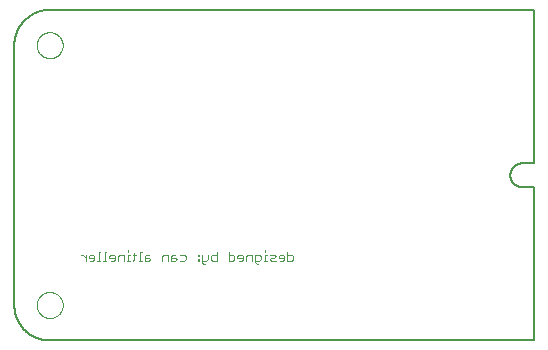
<source format=gbo>
G75*
%MOIN*%
%OFA0B0*%
%FSLAX25Y25*%
%IPPOS*%
%LPD*%
%AMOC8*
5,1,8,0,0,1.08239X$1,22.5*
%
%ADD10C,0.00800*%
%ADD11C,0.00000*%
%ADD12C,0.00300*%
D10*
X0013602Y0001400D02*
X0175019Y0001400D01*
X0175019Y0052581D01*
X0171082Y0052581D01*
X0170958Y0052583D01*
X0170835Y0052589D01*
X0170711Y0052598D01*
X0170589Y0052612D01*
X0170466Y0052629D01*
X0170344Y0052651D01*
X0170223Y0052676D01*
X0170103Y0052705D01*
X0169984Y0052737D01*
X0169865Y0052774D01*
X0169748Y0052814D01*
X0169633Y0052857D01*
X0169518Y0052905D01*
X0169406Y0052956D01*
X0169295Y0053010D01*
X0169185Y0053068D01*
X0169078Y0053129D01*
X0168972Y0053194D01*
X0168869Y0053262D01*
X0168768Y0053333D01*
X0168669Y0053407D01*
X0168572Y0053484D01*
X0168478Y0053565D01*
X0168387Y0053648D01*
X0168298Y0053734D01*
X0168212Y0053823D01*
X0168129Y0053914D01*
X0168048Y0054008D01*
X0167971Y0054105D01*
X0167897Y0054204D01*
X0167826Y0054305D01*
X0167758Y0054408D01*
X0167693Y0054514D01*
X0167632Y0054621D01*
X0167574Y0054731D01*
X0167520Y0054842D01*
X0167469Y0054954D01*
X0167421Y0055069D01*
X0167378Y0055184D01*
X0167338Y0055301D01*
X0167301Y0055420D01*
X0167269Y0055539D01*
X0167240Y0055659D01*
X0167215Y0055780D01*
X0167193Y0055902D01*
X0167176Y0056025D01*
X0167162Y0056147D01*
X0167153Y0056271D01*
X0167147Y0056394D01*
X0167145Y0056518D01*
X0167147Y0056642D01*
X0167153Y0056765D01*
X0167162Y0056889D01*
X0167176Y0057011D01*
X0167193Y0057134D01*
X0167215Y0057256D01*
X0167240Y0057377D01*
X0167269Y0057497D01*
X0167301Y0057616D01*
X0167338Y0057735D01*
X0167378Y0057852D01*
X0167421Y0057967D01*
X0167469Y0058082D01*
X0167520Y0058194D01*
X0167574Y0058305D01*
X0167632Y0058415D01*
X0167693Y0058522D01*
X0167758Y0058628D01*
X0167826Y0058731D01*
X0167897Y0058832D01*
X0167971Y0058931D01*
X0168048Y0059028D01*
X0168129Y0059122D01*
X0168212Y0059213D01*
X0168298Y0059302D01*
X0168387Y0059388D01*
X0168478Y0059471D01*
X0168572Y0059552D01*
X0168669Y0059629D01*
X0168768Y0059703D01*
X0168869Y0059774D01*
X0168972Y0059842D01*
X0169078Y0059907D01*
X0169185Y0059968D01*
X0169295Y0060026D01*
X0169406Y0060080D01*
X0169518Y0060131D01*
X0169633Y0060179D01*
X0169748Y0060222D01*
X0169865Y0060262D01*
X0169984Y0060299D01*
X0170103Y0060331D01*
X0170223Y0060360D01*
X0170344Y0060385D01*
X0170466Y0060407D01*
X0170589Y0060424D01*
X0170711Y0060438D01*
X0170835Y0060447D01*
X0170958Y0060453D01*
X0171082Y0060455D01*
X0175019Y0060455D01*
X0175019Y0111636D01*
X0013602Y0111636D01*
X0013317Y0111633D01*
X0013031Y0111622D01*
X0012746Y0111605D01*
X0012462Y0111581D01*
X0012178Y0111550D01*
X0011895Y0111512D01*
X0011614Y0111467D01*
X0011333Y0111416D01*
X0011053Y0111358D01*
X0010775Y0111293D01*
X0010499Y0111221D01*
X0010225Y0111143D01*
X0009952Y0111058D01*
X0009682Y0110966D01*
X0009414Y0110868D01*
X0009148Y0110764D01*
X0008885Y0110653D01*
X0008625Y0110536D01*
X0008367Y0110413D01*
X0008113Y0110283D01*
X0007862Y0110147D01*
X0007614Y0110006D01*
X0007370Y0109858D01*
X0007129Y0109705D01*
X0006893Y0109545D01*
X0006660Y0109380D01*
X0006431Y0109210D01*
X0006206Y0109034D01*
X0005986Y0108852D01*
X0005770Y0108666D01*
X0005559Y0108474D01*
X0005352Y0108277D01*
X0005150Y0108075D01*
X0004953Y0107868D01*
X0004761Y0107657D01*
X0004575Y0107441D01*
X0004393Y0107221D01*
X0004217Y0106996D01*
X0004047Y0106767D01*
X0003882Y0106534D01*
X0003722Y0106298D01*
X0003569Y0106057D01*
X0003421Y0105813D01*
X0003280Y0105565D01*
X0003144Y0105314D01*
X0003014Y0105060D01*
X0002891Y0104802D01*
X0002774Y0104542D01*
X0002663Y0104279D01*
X0002559Y0104013D01*
X0002461Y0103745D01*
X0002369Y0103475D01*
X0002284Y0103202D01*
X0002206Y0102928D01*
X0002134Y0102652D01*
X0002069Y0102374D01*
X0002011Y0102094D01*
X0001960Y0101813D01*
X0001915Y0101532D01*
X0001877Y0101249D01*
X0001846Y0100965D01*
X0001822Y0100681D01*
X0001805Y0100396D01*
X0001794Y0100110D01*
X0001791Y0099825D01*
X0001791Y0013211D01*
X0001794Y0012926D01*
X0001805Y0012640D01*
X0001822Y0012355D01*
X0001846Y0012071D01*
X0001877Y0011787D01*
X0001915Y0011504D01*
X0001960Y0011223D01*
X0002011Y0010942D01*
X0002069Y0010662D01*
X0002134Y0010384D01*
X0002206Y0010108D01*
X0002284Y0009834D01*
X0002369Y0009561D01*
X0002461Y0009291D01*
X0002559Y0009023D01*
X0002663Y0008757D01*
X0002774Y0008494D01*
X0002891Y0008234D01*
X0003014Y0007976D01*
X0003144Y0007722D01*
X0003280Y0007471D01*
X0003421Y0007223D01*
X0003569Y0006979D01*
X0003722Y0006738D01*
X0003882Y0006502D01*
X0004047Y0006269D01*
X0004217Y0006040D01*
X0004393Y0005815D01*
X0004575Y0005595D01*
X0004761Y0005379D01*
X0004953Y0005168D01*
X0005150Y0004961D01*
X0005352Y0004759D01*
X0005559Y0004562D01*
X0005770Y0004370D01*
X0005986Y0004184D01*
X0006206Y0004002D01*
X0006431Y0003826D01*
X0006660Y0003656D01*
X0006893Y0003491D01*
X0007129Y0003331D01*
X0007370Y0003178D01*
X0007614Y0003030D01*
X0007862Y0002889D01*
X0008113Y0002753D01*
X0008367Y0002623D01*
X0008625Y0002500D01*
X0008885Y0002383D01*
X0009148Y0002272D01*
X0009414Y0002168D01*
X0009682Y0002070D01*
X0009952Y0001978D01*
X0010225Y0001893D01*
X0010499Y0001815D01*
X0010775Y0001743D01*
X0011053Y0001678D01*
X0011333Y0001620D01*
X0011614Y0001569D01*
X0011895Y0001524D01*
X0012178Y0001486D01*
X0012462Y0001455D01*
X0012746Y0001431D01*
X0013031Y0001414D01*
X0013317Y0001403D01*
X0013602Y0001400D01*
D11*
X0009271Y0013211D02*
X0009273Y0013342D01*
X0009279Y0013474D01*
X0009289Y0013605D01*
X0009303Y0013736D01*
X0009321Y0013866D01*
X0009343Y0013995D01*
X0009368Y0014124D01*
X0009398Y0014252D01*
X0009432Y0014379D01*
X0009469Y0014506D01*
X0009510Y0014630D01*
X0009555Y0014754D01*
X0009604Y0014876D01*
X0009656Y0014997D01*
X0009712Y0015115D01*
X0009772Y0015233D01*
X0009835Y0015348D01*
X0009902Y0015461D01*
X0009972Y0015573D01*
X0010045Y0015682D01*
X0010121Y0015788D01*
X0010201Y0015893D01*
X0010284Y0015995D01*
X0010370Y0016094D01*
X0010459Y0016191D01*
X0010551Y0016285D01*
X0010646Y0016376D01*
X0010743Y0016465D01*
X0010843Y0016550D01*
X0010946Y0016632D01*
X0011051Y0016711D01*
X0011158Y0016787D01*
X0011268Y0016859D01*
X0011380Y0016928D01*
X0011494Y0016994D01*
X0011609Y0017056D01*
X0011727Y0017115D01*
X0011846Y0017170D01*
X0011967Y0017222D01*
X0012090Y0017269D01*
X0012214Y0017313D01*
X0012339Y0017354D01*
X0012465Y0017390D01*
X0012593Y0017423D01*
X0012721Y0017451D01*
X0012850Y0017476D01*
X0012980Y0017497D01*
X0013110Y0017514D01*
X0013241Y0017527D01*
X0013372Y0017536D01*
X0013503Y0017541D01*
X0013635Y0017542D01*
X0013766Y0017539D01*
X0013898Y0017532D01*
X0014029Y0017521D01*
X0014159Y0017506D01*
X0014289Y0017487D01*
X0014419Y0017464D01*
X0014547Y0017438D01*
X0014675Y0017407D01*
X0014802Y0017372D01*
X0014928Y0017334D01*
X0015052Y0017292D01*
X0015176Y0017246D01*
X0015297Y0017196D01*
X0015417Y0017143D01*
X0015536Y0017086D01*
X0015653Y0017026D01*
X0015767Y0016962D01*
X0015880Y0016894D01*
X0015991Y0016823D01*
X0016100Y0016749D01*
X0016206Y0016672D01*
X0016310Y0016591D01*
X0016411Y0016508D01*
X0016510Y0016421D01*
X0016606Y0016331D01*
X0016699Y0016238D01*
X0016790Y0016143D01*
X0016877Y0016045D01*
X0016962Y0015944D01*
X0017043Y0015841D01*
X0017121Y0015735D01*
X0017196Y0015627D01*
X0017268Y0015517D01*
X0017336Y0015405D01*
X0017401Y0015291D01*
X0017462Y0015174D01*
X0017520Y0015056D01*
X0017574Y0014936D01*
X0017625Y0014815D01*
X0017672Y0014692D01*
X0017715Y0014568D01*
X0017754Y0014443D01*
X0017790Y0014316D01*
X0017821Y0014188D01*
X0017849Y0014060D01*
X0017873Y0013931D01*
X0017893Y0013801D01*
X0017909Y0013670D01*
X0017921Y0013539D01*
X0017929Y0013408D01*
X0017933Y0013277D01*
X0017933Y0013145D01*
X0017929Y0013014D01*
X0017921Y0012883D01*
X0017909Y0012752D01*
X0017893Y0012621D01*
X0017873Y0012491D01*
X0017849Y0012362D01*
X0017821Y0012234D01*
X0017790Y0012106D01*
X0017754Y0011979D01*
X0017715Y0011854D01*
X0017672Y0011730D01*
X0017625Y0011607D01*
X0017574Y0011486D01*
X0017520Y0011366D01*
X0017462Y0011248D01*
X0017401Y0011131D01*
X0017336Y0011017D01*
X0017268Y0010905D01*
X0017196Y0010795D01*
X0017121Y0010687D01*
X0017043Y0010581D01*
X0016962Y0010478D01*
X0016877Y0010377D01*
X0016790Y0010279D01*
X0016699Y0010184D01*
X0016606Y0010091D01*
X0016510Y0010001D01*
X0016411Y0009914D01*
X0016310Y0009831D01*
X0016206Y0009750D01*
X0016100Y0009673D01*
X0015991Y0009599D01*
X0015880Y0009528D01*
X0015768Y0009460D01*
X0015653Y0009396D01*
X0015536Y0009336D01*
X0015417Y0009279D01*
X0015297Y0009226D01*
X0015176Y0009176D01*
X0015052Y0009130D01*
X0014928Y0009088D01*
X0014802Y0009050D01*
X0014675Y0009015D01*
X0014547Y0008984D01*
X0014419Y0008958D01*
X0014289Y0008935D01*
X0014159Y0008916D01*
X0014029Y0008901D01*
X0013898Y0008890D01*
X0013766Y0008883D01*
X0013635Y0008880D01*
X0013503Y0008881D01*
X0013372Y0008886D01*
X0013241Y0008895D01*
X0013110Y0008908D01*
X0012980Y0008925D01*
X0012850Y0008946D01*
X0012721Y0008971D01*
X0012593Y0008999D01*
X0012465Y0009032D01*
X0012339Y0009068D01*
X0012214Y0009109D01*
X0012090Y0009153D01*
X0011967Y0009200D01*
X0011846Y0009252D01*
X0011727Y0009307D01*
X0011609Y0009366D01*
X0011494Y0009428D01*
X0011380Y0009494D01*
X0011268Y0009563D01*
X0011158Y0009635D01*
X0011051Y0009711D01*
X0010946Y0009790D01*
X0010843Y0009872D01*
X0010743Y0009957D01*
X0010646Y0010046D01*
X0010551Y0010137D01*
X0010459Y0010231D01*
X0010370Y0010328D01*
X0010284Y0010427D01*
X0010201Y0010529D01*
X0010121Y0010634D01*
X0010045Y0010740D01*
X0009972Y0010849D01*
X0009902Y0010961D01*
X0009835Y0011074D01*
X0009772Y0011189D01*
X0009712Y0011307D01*
X0009656Y0011425D01*
X0009604Y0011546D01*
X0009555Y0011668D01*
X0009510Y0011792D01*
X0009469Y0011916D01*
X0009432Y0012043D01*
X0009398Y0012170D01*
X0009368Y0012298D01*
X0009343Y0012427D01*
X0009321Y0012556D01*
X0009303Y0012686D01*
X0009289Y0012817D01*
X0009279Y0012948D01*
X0009273Y0013080D01*
X0009271Y0013211D01*
X0009271Y0099825D02*
X0009273Y0099956D01*
X0009279Y0100088D01*
X0009289Y0100219D01*
X0009303Y0100350D01*
X0009321Y0100480D01*
X0009343Y0100609D01*
X0009368Y0100738D01*
X0009398Y0100866D01*
X0009432Y0100993D01*
X0009469Y0101120D01*
X0009510Y0101244D01*
X0009555Y0101368D01*
X0009604Y0101490D01*
X0009656Y0101611D01*
X0009712Y0101729D01*
X0009772Y0101847D01*
X0009835Y0101962D01*
X0009902Y0102075D01*
X0009972Y0102187D01*
X0010045Y0102296D01*
X0010121Y0102402D01*
X0010201Y0102507D01*
X0010284Y0102609D01*
X0010370Y0102708D01*
X0010459Y0102805D01*
X0010551Y0102899D01*
X0010646Y0102990D01*
X0010743Y0103079D01*
X0010843Y0103164D01*
X0010946Y0103246D01*
X0011051Y0103325D01*
X0011158Y0103401D01*
X0011268Y0103473D01*
X0011380Y0103542D01*
X0011494Y0103608D01*
X0011609Y0103670D01*
X0011727Y0103729D01*
X0011846Y0103784D01*
X0011967Y0103836D01*
X0012090Y0103883D01*
X0012214Y0103927D01*
X0012339Y0103968D01*
X0012465Y0104004D01*
X0012593Y0104037D01*
X0012721Y0104065D01*
X0012850Y0104090D01*
X0012980Y0104111D01*
X0013110Y0104128D01*
X0013241Y0104141D01*
X0013372Y0104150D01*
X0013503Y0104155D01*
X0013635Y0104156D01*
X0013766Y0104153D01*
X0013898Y0104146D01*
X0014029Y0104135D01*
X0014159Y0104120D01*
X0014289Y0104101D01*
X0014419Y0104078D01*
X0014547Y0104052D01*
X0014675Y0104021D01*
X0014802Y0103986D01*
X0014928Y0103948D01*
X0015052Y0103906D01*
X0015176Y0103860D01*
X0015297Y0103810D01*
X0015417Y0103757D01*
X0015536Y0103700D01*
X0015653Y0103640D01*
X0015767Y0103576D01*
X0015880Y0103508D01*
X0015991Y0103437D01*
X0016100Y0103363D01*
X0016206Y0103286D01*
X0016310Y0103205D01*
X0016411Y0103122D01*
X0016510Y0103035D01*
X0016606Y0102945D01*
X0016699Y0102852D01*
X0016790Y0102757D01*
X0016877Y0102659D01*
X0016962Y0102558D01*
X0017043Y0102455D01*
X0017121Y0102349D01*
X0017196Y0102241D01*
X0017268Y0102131D01*
X0017336Y0102019D01*
X0017401Y0101905D01*
X0017462Y0101788D01*
X0017520Y0101670D01*
X0017574Y0101550D01*
X0017625Y0101429D01*
X0017672Y0101306D01*
X0017715Y0101182D01*
X0017754Y0101057D01*
X0017790Y0100930D01*
X0017821Y0100802D01*
X0017849Y0100674D01*
X0017873Y0100545D01*
X0017893Y0100415D01*
X0017909Y0100284D01*
X0017921Y0100153D01*
X0017929Y0100022D01*
X0017933Y0099891D01*
X0017933Y0099759D01*
X0017929Y0099628D01*
X0017921Y0099497D01*
X0017909Y0099366D01*
X0017893Y0099235D01*
X0017873Y0099105D01*
X0017849Y0098976D01*
X0017821Y0098848D01*
X0017790Y0098720D01*
X0017754Y0098593D01*
X0017715Y0098468D01*
X0017672Y0098344D01*
X0017625Y0098221D01*
X0017574Y0098100D01*
X0017520Y0097980D01*
X0017462Y0097862D01*
X0017401Y0097745D01*
X0017336Y0097631D01*
X0017268Y0097519D01*
X0017196Y0097409D01*
X0017121Y0097301D01*
X0017043Y0097195D01*
X0016962Y0097092D01*
X0016877Y0096991D01*
X0016790Y0096893D01*
X0016699Y0096798D01*
X0016606Y0096705D01*
X0016510Y0096615D01*
X0016411Y0096528D01*
X0016310Y0096445D01*
X0016206Y0096364D01*
X0016100Y0096287D01*
X0015991Y0096213D01*
X0015880Y0096142D01*
X0015768Y0096074D01*
X0015653Y0096010D01*
X0015536Y0095950D01*
X0015417Y0095893D01*
X0015297Y0095840D01*
X0015176Y0095790D01*
X0015052Y0095744D01*
X0014928Y0095702D01*
X0014802Y0095664D01*
X0014675Y0095629D01*
X0014547Y0095598D01*
X0014419Y0095572D01*
X0014289Y0095549D01*
X0014159Y0095530D01*
X0014029Y0095515D01*
X0013898Y0095504D01*
X0013766Y0095497D01*
X0013635Y0095494D01*
X0013503Y0095495D01*
X0013372Y0095500D01*
X0013241Y0095509D01*
X0013110Y0095522D01*
X0012980Y0095539D01*
X0012850Y0095560D01*
X0012721Y0095585D01*
X0012593Y0095613D01*
X0012465Y0095646D01*
X0012339Y0095682D01*
X0012214Y0095723D01*
X0012090Y0095767D01*
X0011967Y0095814D01*
X0011846Y0095866D01*
X0011727Y0095921D01*
X0011609Y0095980D01*
X0011494Y0096042D01*
X0011380Y0096108D01*
X0011268Y0096177D01*
X0011158Y0096249D01*
X0011051Y0096325D01*
X0010946Y0096404D01*
X0010843Y0096486D01*
X0010743Y0096571D01*
X0010646Y0096660D01*
X0010551Y0096751D01*
X0010459Y0096845D01*
X0010370Y0096942D01*
X0010284Y0097041D01*
X0010201Y0097143D01*
X0010121Y0097248D01*
X0010045Y0097354D01*
X0009972Y0097463D01*
X0009902Y0097575D01*
X0009835Y0097688D01*
X0009772Y0097803D01*
X0009712Y0097921D01*
X0009656Y0098039D01*
X0009604Y0098160D01*
X0009555Y0098282D01*
X0009510Y0098406D01*
X0009469Y0098530D01*
X0009432Y0098657D01*
X0009398Y0098784D01*
X0009368Y0098912D01*
X0009343Y0099041D01*
X0009321Y0099170D01*
X0009303Y0099300D01*
X0009289Y0099431D01*
X0009279Y0099562D01*
X0009273Y0099694D01*
X0009271Y0099825D01*
D12*
X0029984Y0030915D02*
X0029984Y0028013D01*
X0030468Y0028013D02*
X0029500Y0028013D01*
X0028503Y0028497D02*
X0028503Y0029464D01*
X0028020Y0029948D01*
X0027052Y0029948D01*
X0026568Y0029464D01*
X0026568Y0028980D01*
X0028503Y0028980D01*
X0028503Y0028497D02*
X0028020Y0028013D01*
X0027052Y0028013D01*
X0025557Y0028013D02*
X0025557Y0029948D01*
X0025557Y0028980D02*
X0024589Y0029948D01*
X0024106Y0029948D01*
X0029984Y0030915D02*
X0030468Y0030915D01*
X0031948Y0030915D02*
X0031948Y0028013D01*
X0031465Y0028013D02*
X0032432Y0028013D01*
X0033444Y0028980D02*
X0035379Y0028980D01*
X0035379Y0028497D02*
X0035379Y0029464D01*
X0034895Y0029948D01*
X0033927Y0029948D01*
X0033444Y0029464D01*
X0033444Y0028980D01*
X0033927Y0028013D02*
X0034895Y0028013D01*
X0035379Y0028497D01*
X0036390Y0028013D02*
X0036390Y0029464D01*
X0036874Y0029948D01*
X0038325Y0029948D01*
X0038325Y0028013D01*
X0039322Y0028013D02*
X0040289Y0028013D01*
X0039806Y0028013D02*
X0039806Y0029948D01*
X0040289Y0029948D01*
X0041286Y0029948D02*
X0042254Y0029948D01*
X0041770Y0030432D02*
X0041770Y0028497D01*
X0041286Y0028013D01*
X0043251Y0028013D02*
X0044218Y0028013D01*
X0043734Y0028013D02*
X0043734Y0030915D01*
X0044218Y0030915D01*
X0045230Y0029464D02*
X0045230Y0028013D01*
X0046681Y0028013D01*
X0047165Y0028497D01*
X0046681Y0028980D01*
X0045230Y0028980D01*
X0045230Y0029464D02*
X0045713Y0029948D01*
X0046681Y0029948D01*
X0051123Y0029464D02*
X0051123Y0028013D01*
X0053058Y0028013D02*
X0053058Y0029948D01*
X0051606Y0029948D01*
X0051123Y0029464D01*
X0054069Y0029464D02*
X0054069Y0028013D01*
X0055520Y0028013D01*
X0056004Y0028497D01*
X0055520Y0028980D01*
X0054069Y0028980D01*
X0054069Y0029464D02*
X0054553Y0029948D01*
X0055520Y0029948D01*
X0057016Y0029948D02*
X0058467Y0029948D01*
X0058951Y0029464D01*
X0058951Y0028497D01*
X0058467Y0028013D01*
X0057016Y0028013D01*
X0062887Y0028013D02*
X0063370Y0028013D01*
X0063370Y0028497D01*
X0062887Y0028497D01*
X0062887Y0028013D01*
X0064382Y0028013D02*
X0065833Y0028013D01*
X0066317Y0028497D01*
X0066317Y0029948D01*
X0067329Y0029464D02*
X0067329Y0028497D01*
X0067812Y0028013D01*
X0069264Y0028013D01*
X0069264Y0030915D01*
X0069264Y0029948D02*
X0067812Y0029948D01*
X0067329Y0029464D01*
X0064382Y0029948D02*
X0064382Y0027529D01*
X0064866Y0027046D01*
X0065350Y0027046D01*
X0063370Y0029464D02*
X0062887Y0029464D01*
X0062887Y0029948D01*
X0063370Y0029948D01*
X0063370Y0029464D01*
X0073222Y0029948D02*
X0074673Y0029948D01*
X0075157Y0029464D01*
X0075157Y0028497D01*
X0074673Y0028013D01*
X0073222Y0028013D01*
X0073222Y0030915D01*
X0076168Y0029464D02*
X0076168Y0028980D01*
X0078103Y0028980D01*
X0078103Y0028497D02*
X0078103Y0029464D01*
X0077619Y0029948D01*
X0076652Y0029948D01*
X0076168Y0029464D01*
X0077619Y0028013D02*
X0078103Y0028497D01*
X0077619Y0028013D02*
X0076652Y0028013D01*
X0079115Y0028013D02*
X0079115Y0029464D01*
X0079598Y0029948D01*
X0081050Y0029948D01*
X0081050Y0028013D01*
X0082061Y0028013D02*
X0083512Y0028013D01*
X0083996Y0028497D01*
X0083996Y0029464D01*
X0083512Y0029948D01*
X0082061Y0029948D01*
X0082061Y0027529D01*
X0082545Y0027046D01*
X0083029Y0027046D01*
X0084993Y0028013D02*
X0085960Y0028013D01*
X0085477Y0028013D02*
X0085477Y0029948D01*
X0085960Y0029948D01*
X0086972Y0029948D02*
X0088423Y0029948D01*
X0088907Y0029464D01*
X0088423Y0028980D01*
X0087456Y0028980D01*
X0086972Y0028497D01*
X0087456Y0028013D01*
X0088907Y0028013D01*
X0089919Y0028980D02*
X0091853Y0028980D01*
X0091853Y0028497D02*
X0091853Y0029464D01*
X0091370Y0029948D01*
X0090402Y0029948D01*
X0089919Y0029464D01*
X0089919Y0028980D01*
X0090402Y0028013D02*
X0091370Y0028013D01*
X0091853Y0028497D01*
X0092865Y0028013D02*
X0094316Y0028013D01*
X0094800Y0028497D01*
X0094800Y0029464D01*
X0094316Y0029948D01*
X0092865Y0029948D01*
X0092865Y0030915D02*
X0092865Y0028013D01*
X0085477Y0030915D02*
X0085477Y0031399D01*
X0039806Y0031399D02*
X0039806Y0030915D01*
X0032432Y0030915D02*
X0031948Y0030915D01*
M02*

</source>
